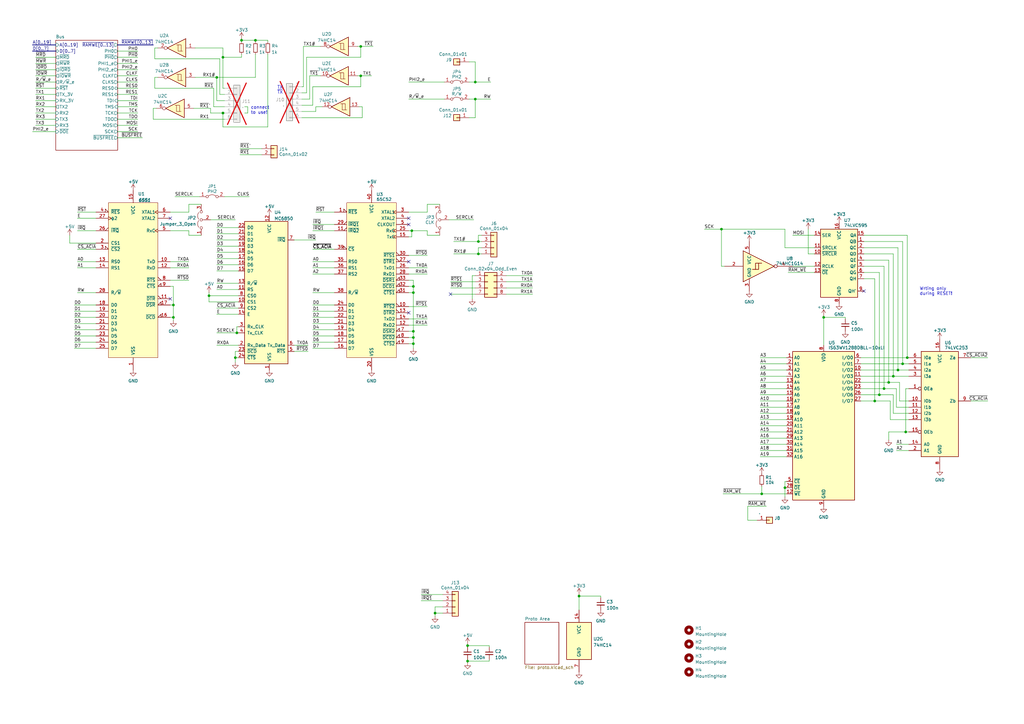
<source format=kicad_sch>
(kicad_sch (version 20230121) (generator eeschema)
  (paper "A3")
  (title_block (title "Unicomp v2 - empty Board") (date "2023-07-06") (rev "v1") (company "100% Offner") (comment 1 "v1: Initial"))
  (junction (at 147.955 19.05))
  (junction (at 71.12 125.095))
  (junction (at 91.44 23.495))
  (junction (at 372.11 146.685))
  (junction (at 96.52 146.685))
  (junction (at 99.06 16.51))
  (junction (at 194.945 33.655))
  (junction (at 147.955 31.115))
  (junction (at 237.49 244.475))
  (junction (at 337.82 130.175))
  (junction (at 194.945 40.64))
  (junction (at 370.205 149.225))
  (junction (at 371.475 177.165))
  (junction (at 97.155 136.525))
  (junction (at 368.3 151.765))
  (junction (at 169.545 140.97))
  (junction (at 85.725 121.285))
  (junction (at 178.435 251.46))
  (junction (at 362.585 159.385))
  (junction (at 360.68 161.925))
  (junction (at 312.42 202.565))
  (junction (at 169.545 135.89))
  (junction (at 191.77 264.795))
  (junction (at 91.44 46.355))
  (junction (at 364.49 156.845))
  (junction (at 295.91 93.98))
  (junction (at 71.12 130.175))
  (junction (at 321.945 200.025))
  (junction (at 168.91 94.615))
  (junction (at 196.215 104.14))
  (junction (at 358.775 164.465))
  (junction (at 88.9 31.75))
  (junction (at 366.395 154.305))
  (junction (at 169.545 138.43))
  (junction (at 196.215 99.06))
  (junction (at 169.545 120.015))
  (junction (at 191.77 271.145))
  (junction (at 169.545 117.475))
  (junction (at 104.775 16.51))
  (no_connect (at 167.64 92.075))
  (no_connect (at 184.785 120.65))
  (no_connect (at 167.64 128.27))
  (no_connect (at 69.85 89.535))
  (no_connect (at 69.85 122.555))
  (no_connect (at 167.64 89.535))
  (no_connect (at 167.64 107.315))
  (no_connect (at 354.33 119.38))
  (wire (pts (xy 331.47 93.98) (xy 331.47 104.14)))
  (wire (pts (xy 88.9 103.505) (xy 97.79 103.505)))
  (wire (pts (xy 167.64 40.64) (xy 182.245 40.64)))
  (wire (pts (xy 353.06 146.685) (xy 372.11 146.685)))
  (wire (pts (xy 197.485 101.6) (xy 196.215 101.6)))
  (wire (pts (xy 200.66 264.795) (xy 200.66 265.43)))
  (wire (pts (xy 63.5 24.13) (xy 63.5 19.685)))
  (wire (pts (xy 128.27 109.855) (xy 137.16 109.855)))
  (wire (pts (xy 128.27 43.18) (xy 128.27 35.56)))
  (wire (pts (xy 85.725 123.825) (xy 85.725 121.285)))
  (wire (pts (xy 14.605 31.115) (xy 22.86 31.115)))
  (wire (pts (xy 129.54 43.815) (xy 129.54 45.72)))
  (wire (pts (xy 77.47 83.82) (xy 77.47 86.995)))
  (wire (pts (xy 169.545 117.475) (xy 169.545 120.015)))
  (wire (pts (xy 48.26 43.815) (xy 56.515 43.815)))
  (wire (pts (xy 169.545 138.43) (xy 169.545 140.97)))
  (wire (pts (xy 88.9 111.125) (xy 97.79 111.125)))
  (wire (pts (xy 31.75 107.315) (xy 39.37 107.315)))
  (wire (pts (xy 69.85 86.995) (xy 77.47 86.995)))
  (wire (pts (xy 194.945 40.64) (xy 192.405 40.64)))
  (wire (pts (xy 69.85 130.175) (xy 71.12 130.175)))
  (wire (pts (xy 129.54 45.72) (xy 123.825 45.72)))
  (wire (pts (xy 311.785 151.765) (xy 322.58 151.765)))
  (wire (pts (xy 30.48 137.795) (xy 39.37 137.795)))
  (wire (pts (xy 69.85 117.475) (xy 71.12 117.475)))
  (wire (pts (xy 337.82 130.175) (xy 337.82 141.605)))
  (wire (pts (xy 100.33 46.355) (xy 101.6 46.355)))
  (wire (pts (xy 91.44 19.685) (xy 91.44 23.495)))
  (wire (pts (xy 353.06 156.845) (xy 364.49 156.845)))
  (wire (pts (xy 372.745 167.005) (xy 367.665 167.005)))
  (wire (pts (xy 99.06 23.495) (xy 91.44 23.495)))
  (wire (pts (xy 192.405 48.26) (xy 194.945 48.26)))
  (wire (pts (xy 48.26 56.515) (xy 58.42 56.515)))
  (wire (pts (xy 398.145 164.465) (xy 405.13 164.465)))
  (wire (pts (xy 366.395 161.925) (xy 366.395 169.545)))
  (wire (pts (xy 372.745 164.465) (xy 368.935 164.465)))
  (wire (pts (xy 167.64 94.615) (xy 168.91 94.615)))
  (wire (pts (xy 128.27 92.075) (xy 137.16 92.075)))
  (wire (pts (xy 311.785 146.685) (xy 322.58 146.685)))
  (wire (pts (xy 109.855 16.51) (xy 109.855 17.145)))
  (wire (pts (xy 372.745 159.385) (xy 371.475 159.385)))
  (wire (pts (xy 148.59 43.815) (xy 147.32 43.815)))
  (wire (pts (xy 169.545 120.015) (xy 169.545 135.89)))
  (wire (pts (xy 372.11 96.52) (xy 372.11 146.685)))
  (wire (pts (xy 80.01 31.75) (xy 88.9 31.75)))
  (wire (pts (xy 101.6 43.815) (xy 101.6 46.355)))
  (wire (pts (xy 48.26 36.195) (xy 56.515 36.195)))
  (wire (pts (xy 168.91 94.615) (xy 175.26 94.615)))
  (wire (pts (xy 191.77 271.78) (xy 191.77 271.145)))
  (wire (pts (xy 88.9 93.345) (xy 97.79 93.345)))
  (wire (pts (xy 92.075 38.735) (xy 90.17 38.735)))
  (wire (pts (xy 312.42 202.565) (xy 322.58 202.565)))
  (wire (pts (xy 124.46 35.56) (xy 123.825 35.56)))
  (wire (pts (xy 191.77 271.145) (xy 200.66 271.145)))
  (wire (pts (xy 192.405 25.4) (xy 194.945 25.4)))
  (wire (pts (xy 368.3 151.765) (xy 372.745 151.765)))
  (wire (pts (xy 354.33 109.22) (xy 362.585 109.22)))
  (wire (pts (xy 31.75 86.995) (xy 39.37 86.995)))
  (wire (pts (xy 125.73 23.495) (xy 147.955 23.495)))
  (wire (pts (xy 353.06 149.225) (xy 370.205 149.225)))
  (wire (pts (xy 88.9 141.605) (xy 97.79 141.605)))
  (wire (pts (xy 295.91 93.98) (xy 295.91 109.22)))
  (wire (pts (xy 48.26 20.955) (xy 56.515 20.955)))
  (wire (pts (xy 86.36 46.355) (xy 91.44 46.355)))
  (wire (pts (xy 97.155 133.985) (xy 97.155 136.525)))
  (wire (pts (xy 167.64 33.655) (xy 182.245 33.655)))
  (wire (pts (xy 31.75 89.535) (xy 39.37 89.535)))
  (wire (pts (xy 323.215 111.76) (xy 334.01 111.76)))
  (wire (pts (xy 372.745 172.085) (xy 365.125 172.085)))
  (wire (pts (xy 48.26 28.575) (xy 56.515 28.575)))
  (wire (pts (xy 69.85 109.855) (xy 77.47 109.855)))
  (wire (pts (xy 372.11 146.685) (xy 372.745 146.685)))
  (wire (pts (xy 353.06 151.765) (xy 368.3 151.765)))
  (wire (pts (xy 360.68 161.925) (xy 366.395 161.925)))
  (wire (pts (xy 128.27 102.235) (xy 137.16 102.235)))
  (wire (pts (xy 131.445 19.05) (xy 124.46 19.05)))
  (wire (pts (xy 370.205 149.225) (xy 372.745 149.225)))
  (wire (pts (xy 169.545 140.97) (xy 167.64 140.97)))
  (wire (pts (xy 14.605 46.355) (xy 22.86 46.355)))
  (wire (pts (xy 311.785 149.225) (xy 322.58 149.225)))
  (wire (pts (xy 207.645 120.65) (xy 218.44 120.65)))
  (wire (pts (xy 321.945 93.98) (xy 295.91 93.98)))
  (wire (pts (xy 128.27 107.315) (xy 137.16 107.315)))
  (wire (pts (xy 92.075 48.895) (xy 62.865 48.895)))
  (wire (pts (xy 98.425 63.5) (xy 107.315 63.5)))
  (wire (pts (xy 30.48 125.095) (xy 39.37 125.095)))
  (wire (pts (xy 48.26 51.435) (xy 56.515 51.435)))
  (wire (pts (xy 88.9 136.525) (xy 97.155 136.525)))
  (wire (pts (xy 194.945 25.4) (xy 194.945 33.655)))
  (wire (pts (xy 169.545 142.875) (xy 169.545 140.97)))
  (wire (pts (xy 31.75 102.235) (xy 39.37 102.235)))
  (wire (pts (xy 311.785 156.845) (xy 322.58 156.845)))
  (wire (pts (xy 172.72 243.84) (xy 181.61 243.84)))
  (wire (pts (xy 30.48 127.635) (xy 39.37 127.635)))
  (wire (pts (xy 127 40.64) (xy 123.825 40.64)))
  (wire (pts (xy 124.46 19.05) (xy 124.46 35.56)))
  (wire (pts (xy 353.06 161.925) (xy 360.68 161.925)))
  (wire (pts (xy 90.17 38.735) (xy 90.17 24.13)))
  (wire (pts (xy 128.27 35.56) (xy 147.955 35.56)))
  (wire (pts (xy 147.955 31.115) (xy 152.4 31.115)))
  (wire (pts (xy 71.12 130.175) (xy 71.12 131.445)))
  (wire (pts (xy 14.605 41.275) (xy 22.86 41.275)))
  (wire (pts (xy 87.63 36.195) (xy 63.5 36.195)))
  (wire (pts (xy 175.26 94.615) (xy 175.26 96.52)))
  (wire (pts (xy 358.775 164.465) (xy 365.125 164.465)))
  (wire (pts (xy 79.375 44.45) (xy 86.36 44.45)))
  (wire (pts (xy 311.785 161.925) (xy 322.58 161.925)))
  (wire (pts (xy 123.825 43.18) (xy 128.27 43.18)))
  (wire (pts (xy 31.75 120.015) (xy 39.37 120.015)))
  (wire (pts (xy 311.785 174.625) (xy 322.58 174.625)))
  (wire (pts (xy 14.605 51.435) (xy 22.86 51.435)))
  (wire (pts (xy 194.945 33.655) (xy 192.405 33.655)))
  (wire (pts (xy 167.64 130.81) (xy 175.26 130.81)))
  (wire (pts (xy 311.785 169.545) (xy 322.58 169.545)))
  (wire (pts (xy 63.5 19.685) (xy 64.77 19.685)))
  (wire (pts (xy 306.705 213.36) (xy 306.705 207.645)))
  (wire (pts (xy 191.77 264.16) (xy 191.77 264.795)))
  (wire (pts (xy 128.27 127.635) (xy 137.16 127.635)))
  (wire (pts (xy 125.73 38.1) (xy 125.73 23.495)))
  (wire (pts (xy 104.775 31.75) (xy 88.9 31.75)))
  (wire (pts (xy 167.64 125.73) (xy 175.26 125.73)))
  (wire (pts (xy 175.26 96.52) (xy 180.34 96.52)))
  (wire (pts (xy 360.68 111.76) (xy 360.68 161.925)))
  (wire (pts (xy 91.44 36.195) (xy 92.075 36.195)))
  (wire (pts (xy 88.9 31.75) (xy 88.9 41.275)))
  (wire (pts (xy 167.64 135.89) (xy 169.545 135.89)))
  (wire (pts (xy 367.665 167.005) (xy 367.665 159.385)))
  (wire (pts (xy 337.82 129.54) (xy 337.82 130.175)))
  (wire (pts (xy 311.785 187.325) (xy 322.58 187.325)))
  (wire (pts (xy 167.64 104.775) (xy 175.26 104.775)))
  (wire (pts (xy 127 31.115) (xy 127 40.64)))
  (wire (pts (xy 371.475 159.385) (xy 371.475 177.165)))
  (wire (pts (xy 71.12 125.095) (xy 71.12 130.175)))
  (wire (pts (xy 147.955 19.05) (xy 146.685 19.05)))
  (wire (pts (xy 311.785 184.785) (xy 322.58 184.785)))
  (wire (pts (xy 311.785 172.085) (xy 322.58 172.085)))
  (wire (pts (xy 14.605 33.655) (xy 22.86 33.655)))
  (wire (pts (xy 128.27 135.255) (xy 137.16 135.255)))
  (wire (pts (xy 184.15 90.17) (xy 194.31 90.17)))
  (wire (pts (xy 86.36 90.17) (xy 96.52 90.17)))
  (wire (pts (xy 128.27 132.715) (xy 137.16 132.715)))
  (wire (pts (xy 167.64 112.395) (xy 175.26 112.395)))
  (wire (pts (xy 48.26 26.035) (xy 56.515 26.035)))
  (wire (pts (xy 365.125 172.085) (xy 365.125 164.465)))
  (wire (pts (xy 167.64 117.475) (xy 169.545 117.475)))
  (wire (pts (xy 88.9 100.965) (xy 97.79 100.965)))
  (wire (pts (xy 167.64 114.935) (xy 169.545 114.935)))
  (wire (pts (xy 297.18 109.22) (xy 295.91 109.22)))
  (bus (pts (xy 22.86 18.415) (xy 13.335 18.415)))
  (wire (pts (xy 88.9 95.885) (xy 97.79 95.885)))
  (wire (pts (xy 321.945 200.025) (xy 321.945 203.835)))
  (wire (pts (xy 370.205 99.06) (xy 370.205 149.225)))
  (wire (pts (xy 288.925 93.98) (xy 295.91 93.98)))
  (wire (pts (xy 364.49 156.845) (xy 368.935 156.845)))
  (wire (pts (xy 354.33 114.3) (xy 358.775 114.3)))
  (wire (pts (xy 186.055 99.06) (xy 196.215 99.06)))
  (wire (pts (xy 88.9 106.045) (xy 97.79 106.045)))
  (wire (pts (xy 167.64 138.43) (xy 169.545 138.43)))
  (wire (pts (xy 30.48 130.175) (xy 39.37 130.175)))
  (wire (pts (xy 178.435 248.92) (xy 178.435 251.46)))
  (wire (pts (xy 109.855 52.07) (xy 91.44 52.07)))
  (wire (pts (xy 128.27 94.615) (xy 137.16 94.615)))
  (wire (pts (xy 358.775 114.3) (xy 358.775 164.465)))
  (wire (pts (xy 311.785 167.005) (xy 322.58 167.005)))
  (wire (pts (xy 48.26 48.895) (xy 56.515 48.895)))
  (wire (pts (xy 63.5 36.195) (xy 63.5 31.75)))
  (wire (pts (xy 62.865 48.895) (xy 62.865 44.45)))
  (wire (pts (xy 148.59 48.26) (xy 148.59 43.815)))
  (wire (pts (xy 128.27 120.015) (xy 137.16 120.015)))
  (wire (pts (xy 48.26 33.655) (xy 56.515 33.655)))
  (wire (pts (xy 30.48 132.715) (xy 39.37 132.715)))
  (wire (pts (xy 28.575 99.695) (xy 28.575 96.52)))
  (wire (pts (xy 354.33 111.76) (xy 360.68 111.76)))
  (wire (pts (xy 354.33 104.14) (xy 366.395 104.14)))
  (wire (pts (xy 371.475 177.165) (xy 372.745 177.165)))
  (wire (pts (xy 69.85 114.935) (xy 77.47 114.935)))
  (wire (pts (xy 69.85 94.615) (xy 77.47 94.615)))
  (wire (pts (xy 184.785 120.65) (xy 194.945 120.65)))
  (wire (pts (xy 366.395 169.545) (xy 372.745 169.545)))
  (wire (pts (xy 194.945 40.64) (xy 201.295 40.64)))
  (wire (pts (xy 310.515 213.36) (xy 306.705 213.36)))
  (wire (pts (xy 194.945 48.26) (xy 194.945 40.64)))
  (wire (pts (xy 88.9 116.205) (xy 97.79 116.205)))
  (wire (pts (xy 364.49 177.165) (xy 371.475 177.165)))
  (wire (pts (xy 14.605 36.195) (xy 22.86 36.195)))
  (wire (pts (xy 197.485 99.06) (xy 196.215 99.06)))
  (wire (pts (xy 128.27 142.875) (xy 137.16 142.875)))
  (wire (pts (xy 237.49 243.84) (xy 237.49 244.475)))
  (wire (pts (xy 82.55 83.82) (xy 77.47 83.82)))
  (wire (pts (xy 48.26 41.275) (xy 56.515 41.275)))
  (wire (pts (xy 321.945 101.6) (xy 334.01 101.6)))
  (wire (pts (xy 364.49 177.165) (xy 364.49 180.34)))
  (wire (pts (xy 131.445 31.115) (xy 127 31.115)))
  (wire (pts (xy 311.785 177.165) (xy 322.58 177.165)))
  (wire (pts (xy 193.675 122.555) (xy 193.675 113.03)))
  (wire (pts (xy 321.945 93.98) (xy 321.945 101.6)))
  (wire (pts (xy 196.215 101.6) (xy 196.215 104.14)))
  (wire (pts (xy 77.47 94.615) (xy 77.47 96.52)))
  (wire (pts (xy 367.665 182.245) (xy 372.745 182.245)))
  (wire (pts (xy 362.585 109.22) (xy 362.585 159.385)))
  (wire (pts (xy 123.825 38.1) (xy 125.73 38.1)))
  (wire (pts (xy 311.785 179.705) (xy 322.58 179.705)))
  (wire (pts (xy 178.435 251.46) (xy 181.61 251.46)))
  (wire (pts (xy 85.725 121.285) (xy 85.725 120.015)))
  (wire (pts (xy 200.66 270.51) (xy 200.66 271.145)))
  (wire (pts (xy 193.675 113.03) (xy 194.945 113.03)))
  (wire (pts (xy 85.725 123.825) (xy 97.79 123.825)))
  (wire (pts (xy 88.9 118.745) (xy 97.79 118.745)))
  (wire (pts (xy 48.26 53.975) (xy 56.515 53.975)))
  (wire (pts (xy 196.215 96.52) (xy 197.485 96.52)))
  (wire (pts (xy 196.215 104.14) (xy 197.485 104.14)))
  (wire (pts (xy 13.335 53.975) (xy 22.86 53.975)))
  (wire (pts (xy 128.27 112.395) (xy 137.16 112.395)))
  (wire (pts (xy 97.79 133.985) (xy 97.155 133.985)))
  (wire (pts (xy 87.63 43.815) (xy 87.63 36.195)))
  (wire (pts (xy 91.44 23.495) (xy 91.44 36.195)))
  (wire (pts (xy 181.61 248.92) (xy 178.435 248.92)))
  (wire (pts (xy 14.605 28.575) (xy 22.86 28.575)))
  (wire (pts (xy 175.26 83.82) (xy 175.26 86.995)))
  (wire (pts (xy 398.145 146.685) (xy 405.13 146.685)))
  (wire (pts (xy 104.775 22.225) (xy 104.775 31.75)))
  (wire (pts (xy 88.9 98.425) (xy 97.79 98.425)))
  (wire (pts (xy 30.48 135.255) (xy 39.37 135.255)))
  (wire (pts (xy 366.395 104.14) (xy 366.395 154.305)))
  (wire (pts (xy 353.06 154.305) (xy 366.395 154.305)))
  (wire (pts (xy 77.47 96.52) (xy 82.55 96.52)))
  (wire (pts (xy 92.075 80.645) (xy 102.235 80.645)))
  (wire (pts (xy 48.26 38.735) (xy 56.515 38.735)))
  (wire (pts (xy 88.9 126.365) (xy 97.79 126.365)))
  (wire (pts (xy 81.915 80.645) (xy 71.755 80.645)))
  (wire (pts (xy 14.605 43.815) (xy 22.86 43.815)))
  (wire (pts (xy 71.12 117.475) (xy 71.12 125.095)))
  (wire (pts (xy 80.01 19.685) (xy 91.44 19.685)))
  (wire (pts (xy 104.775 16.51) (xy 104.775 17.145)))
  (wire (pts (xy 325.12 96.52) (xy 334.01 96.52)))
  (wire (pts (xy 368.935 164.465) (xy 368.935 156.845)))
  (wire (pts (xy 346.71 130.175) (xy 346.71 130.81)))
  (wire (pts (xy 69.85 107.315) (xy 77.47 107.315)))
  (wire (pts (xy 14.605 38.735) (xy 22.86 38.735)))
  (wire (pts (xy 191.77 264.795) (xy 191.77 265.43)))
  (wire (pts (xy 91.44 46.355) (xy 92.075 46.355)))
  (wire (pts (xy 91.44 52.07) (xy 91.44 46.355)))
  (wire (pts (xy 120.65 98.425) (xy 129.54 98.425)))
  (wire (pts (xy 14.605 23.495) (xy 22.86 23.495)))
  (wire (pts (xy 128.27 125.095) (xy 137.16 125.095)))
  (wire (pts (xy 128.27 130.175) (xy 137.16 130.175)))
  (wire (pts (xy 306.705 207.645) (xy 314.325 207.645)))
  (wire (pts (xy 14.605 26.035) (xy 22.86 26.035)))
  (wire (pts (xy 237.49 244.475) (xy 237.49 250.19)))
  (wire (pts (xy 169.545 120.015) (xy 167.64 120.015)))
  (wire (pts (xy 123.825 48.26) (xy 148.59 48.26)))
  (wire (pts (xy 311.785 159.385) (xy 322.58 159.385)))
  (wire (pts (xy 90.17 24.13) (xy 63.5 24.13)))
  (wire (pts (xy 88.9 128.905) (xy 97.79 128.905)))
  (wire (pts (xy 321.945 200.025) (xy 322.58 200.025)))
  (wire (pts (xy 311.785 182.245) (xy 322.58 182.245)))
  (wire (pts (xy 128.27 140.335) (xy 137.16 140.335)))
  (wire (pts (xy 30.48 140.335) (xy 39.37 140.335)))
  (wire (pts (xy 88.9 108.585) (xy 97.79 108.585)))
  (wire (pts (xy 96.52 146.685) (xy 97.79 146.685)))
  (wire (pts (xy 169.545 114.935) (xy 169.545 117.475)))
  (wire (pts (xy 311.785 164.465) (xy 322.58 164.465)))
  (wire (pts (xy 321.945 197.485) (xy 321.945 200.025)))
  (bus (pts (xy 48.26 18.415) (xy 62.865 18.415)))
  (wire (pts (xy 86.36 44.45) (xy 86.36 46.355)))
  (wire (pts (xy 172.72 246.38) (xy 181.61 246.38)))
  (wire (pts (xy 120.65 141.605) (xy 126.365 141.605)))
  (wire (pts (xy 207.645 115.57) (xy 218.44 115.57)))
  (wire (pts (xy 168.91 97.155) (xy 168.91 94.615)))
  (wire (pts (xy 246.38 244.475) (xy 246.38 245.11)))
  (wire (pts (xy 97.155 136.525) (xy 97.79 136.525)))
  (wire (pts (xy 99.06 22.225) (xy 99.06 23.495)))
  (wire (pts (xy 207.645 113.03) (xy 218.44 113.03)))
  (wire (pts (xy 312.42 199.39) (xy 312.42 202.565)))
  (wire (pts (xy 109.855 22.225) (xy 109.855 52.07)))
  (wire (pts (xy 311.785 154.305) (xy 322.58 154.305)))
  (wire (pts (xy 353.06 164.465) (xy 358.775 164.465)))
  (wire (pts (xy 99.06 16.51) (xy 99.06 17.145)))
  (wire (pts (xy 367.665 184.785) (xy 372.745 184.785)))
  (wire (pts (xy 178.435 251.46) (xy 178.435 252.73)))
  (wire (pts (xy 132.08 43.815) (xy 129.54 43.815)))
  (wire (pts (xy 331.47 104.14) (xy 334.01 104.14)))
  (wire (pts (xy 92.075 43.815) (xy 87.63 43.815)))
  (wire (pts (xy 184.785 118.11) (xy 194.945 118.11)))
  (wire (pts (xy 196.215 99.06) (xy 196.215 96.52)))
  (wire (pts (xy 96.52 144.145) (xy 97.79 144.145)))
  (wire (pts (xy 167.64 133.35) (xy 175.26 133.35)))
  (wire (pts (xy 63.5 31.75) (xy 64.77 31.75)))
  (wire (pts (xy 169.545 135.89) (xy 169.545 138.43)))
  (wire (pts (xy 48.26 23.495) (xy 56.515 23.495)))
  (wire (pts (xy 237.49 244.475) (xy 246.38 244.475)))
  (wire (pts (xy 85.725 121.285) (xy 97.79 121.285)))
  (bus (pts (xy 22.86 20.955) (xy 13.335 20.955)))
  (wire (pts (xy 296.545 202.565) (xy 312.42 202.565)))
  (wire (pts (xy 366.395 154.305) (xy 372.745 154.305)))
  (wire (pts (xy 354.33 101.6) (xy 368.3 101.6)))
  (wire (pts (xy 128.27 137.795) (xy 137.16 137.795)))
  (wire (pts (xy 167.64 97.155) (xy 168.91 97.155)))
  (wire (pts (xy 96.52 144.145) (xy 96.52 146.685)))
  (wire (pts (xy 100.33 43.815) (xy 101.6 43.815)))
  (wire (pts (xy 337.82 130.175) (xy 346.71 130.175)))
  (wire (pts (xy 31.75 94.615) (xy 39.37 94.615)))
  (wire (pts (xy 48.26 46.355) (xy 56.515 46.355)))
  (wire (pts (xy 364.49 106.68) (xy 364.49 156.845)))
  (wire (pts (xy 98.425 60.96) (xy 107.315 60.96)))
  (wire (pts (xy 48.26 31.115) (xy 56.515 31.115)))
  (wire (pts (xy 147.955 31.115) (xy 146.685 31.115)))
  (wire (pts (xy 191.77 271.145) (xy 191.77 270.51)))
  (wire (pts (xy 31.75 109.855) (xy 39.37 109.855)))
  (wire (pts (xy 96.52 146.685) (xy 96.52 148.59)))
  (wire (pts (xy 368.3 101.6) (xy 368.3 151.765)))
  (wire (pts (xy 362.585 159.385) (xy 367.665 159.385)))
  (wire (pts (xy 353.06 159.385) (xy 362.585 159.385)))
  (wire (pts (xy 191.77 264.795) (xy 200.66 264.795)))
  (wire (pts (xy 354.33 106.68) (xy 364.49 106.68)))
  (wire (pts (xy 354.33 99.06) (xy 370.205 99.06)))
  (wire (pts (xy 30.48 142.875) (xy 39.37 142.875)))
  (wire (pts (xy 129.54 86.995) (xy 137.16 86.995)))
  (wire (pts (xy 147.955 35.56) (xy 147.955 31.115)))
  (wire (pts (xy 99.06 15.875) (xy 99.06 16.51)))
  (wire (pts (xy 99.06 16.51) (xy 104.775 16.51)))
  (wire (pts (xy 14.605 48.895) (xy 22.86 48.895)))
  (wire (pts (xy 184.785 115.57) (xy 194.945 115.57)))
  (wire (pts (xy 28.575 99.695) (xy 39.37 99.695)))
  (wire (pts (xy 62.865 44.45) (xy 64.135 44.45)))
  (wire (pts (xy 104.775 16.51) (xy 109.855 16.51)))
  (wire (pts (xy 194.945 33.655) (xy 201.295 33.655)))
  (wire (pts (xy 354.33 96.52) (xy 372.11 96.52)))
  (wire (pts (xy 120.65 144.145) (xy 126.365 144.145)))
  (wire (pts (xy 207.645 118.11) (xy 218.44 118.11)))
  (wire (pts (xy 167.64 86.995) (xy 175.26 86.995)))
  (wire (pts (xy 147.955 19.05) (xy 153.035 19.05)))
  (wire (pts (xy 325.12 109.22) (xy 334.01 109.22)))
  (wire (pts (xy 180.34 83.82) (xy 175.26 83.82)))
  (wire (pts (xy 88.9 41.275) (xy 92.075 41.275)))
  (wire (pts (xy 167.64 109.855) (xy 175.26 109.855)))
  (wire (pts (xy 69.85 125.095) (xy 71.12 125.095)))
  (wire (pts (xy 321.945 197.485) (xy 322.58 197.485)))
  (wire (pts (xy 186.055 104.14) (xy 196.215 104.14)))
  (wire (pts (xy 147.955 23.495) (xy 147.955 19.05)))
  (text "Wrting only\nduring RESET!" (at 377.19 121.285 0) (effects (font (size 1.27 1.27)) (justify left bottom)))
  (text "connect\nto use!" (at 102.87 46.99 0) (effects (font (size 1.27 1.27)) (justify left bottom)))
  (text "TX\n~{TX}" (at 113.665 38.735 0) (effects (font (size 1.27 1.27)) (justify left bottom)))
  (label "~{CS_ACIA}" (at 405.13 164.465 180))
  (label "~{IOWR}" (at 14.605 31.115 0))
  (label "~{RX1}'" (at 98.425 60.96 0))
  (label "RX0A" (at 77.47 109.855 180))
  (label "TX1#" (at 124.46 19.05 0))
  (label "~{TX1}" (at 153.035 19.05 180))
  (label "D3" (at 30.48 132.715 0))
  (label "~{BUSFREE}" (at 58.42 56.515 180))
  (label "A0" (at 128.27 107.315 0))
  (label "~{RAM_WE}" (at 296.545 202.565 0))
  (label "~{IRQ1}" (at 128.27 94.615 0))
  (label "TX0A" (at 77.47 107.315 180))
  (label "D2" (at 88.9 98.425 0))
  (label "~{CS_ACIA}" (at 128.27 102.235 0))
  (label "~{CS_ACIA}" (at 128.27 102.235 0))
  (label "PHI2_e" (at 56.515 28.575 180))
  (label "SCK" (at 288.925 93.98 0))
  (label "D4" (at 30.48 135.255 0))
  (label "TX1#" (at 186.055 99.06 0))
  (label "D7" (at 128.27 142.875 0))
  (label "~{CS_ACIA}" (at 88.9 126.365 0))
  (label "RX1#" (at 88.265 31.75 180))
  (label "SERCLK" (at 88.9 136.525 0))
  (label "~{RTS1}" (at 175.26 125.73 180))
  (label "RX0A" (at 175.26 112.395 180))
  (label "A1" (at 128.27 109.855 0))
  (label "D4" (at 128.27 135.255 0))
  (label "RX1#" (at 186.055 104.14 0))
  (label "PH0" (at 56.515 20.955 180))
  (label "A1" (at 367.665 182.245 0))
  (label "D1" (at 128.27 127.635 0))
  (label "TX2" (at 14.605 46.355 0))
  (label "RW" (at 201.295 40.64 180))
  (label "A4" (at 311.785 149.225 0))
  (label "~{IRQ}" (at 31.75 94.615 0))
  (label "~{RAMWE[0..13]}" (at 62.865 18.415 180))
  (label "TX3" (at 14.605 51.435 0))
  (label "CLKS" (at 56.515 33.655 180))
  (label "A0" (at 31.75 107.315 0))
  (label "~{CS_ACIA}" (at 128.27 102.235 0))
  (label "SCK" (at 56.515 53.975 180))
  (label "~{RTS0}" (at 126.365 144.145 180))
  (label "A13" (at 311.785 172.085 0))
  (label "~{RX1}" (at 98.425 63.5 0))
  (label "~{RTS0}" (at 77.47 114.935 180))
  (label "D6" (at 30.48 140.335 0))
  (label "RX1" (at 81.915 48.895 0))
  (label "A3" (at 311.785 146.685 0))
  (label "A0" (at 88.9 118.745 0))
  (label "D2" (at 30.48 130.175 0))
  (label "~{RAM_WE}" (at 314.325 207.645 180))
  (label "TX0A" (at 175.26 109.855 180))
  (label "A17" (at 311.785 182.245 0))
  (label "TDI" (at 56.515 41.275 180))
  (label "D2" (at 128.27 130.175 0))
  (label "~{RST}" (at 14.605 36.195 0))
  (label "A1" (at 31.75 109.855 0))
  (label "R{slash}~{W}_e" (at 14.605 33.655 0))
  (label "SERCLK" (at 194.31 90.17 180))
  (label "~{PH0}" (at 56.515 23.495 180))
  (label "CLKF" (at 56.515 31.115 180))
  (label "TX1A" (at 218.44 115.57 180))
  (label "~{RX1}" (at 87.63 36.195 180))
  (label "A14" (at 311.785 174.625 0))
  (label "D5" (at 128.27 137.795 0))
  (label "PHI2_e" (at 13.335 53.975 0))
  (label "~{IORD}" (at 14.605 28.575 0))
  (label "~{IRQ1}" (at 172.72 246.38 0))
  (label "~{RX1}'" (at 86.36 44.45 180))
  (label "A10" (at 311.785 164.465 0))
  (label "RX3" (at 14.605 48.895 0))
  (label "A2" (at 128.27 112.395 0))
  (label "D0" (at 128.27 125.095 0))
  (label "RX1A" (at 175.26 133.35 180))
  (label "RES1" (at 56.515 38.735 180))
  (label "SERCLK" (at 96.52 90.17 180))
  (label "TDO" (at 56.515 48.895 180))
  (label "MOSI" (at 56.515 51.435 180))
  (label "~{RST}" (at 129.54 86.995 0))
  (label "D1" (at 30.48 127.635 0))
  (label "RX1A" (at 218.44 120.65 180))
  (label "A6" (at 311.785 154.305 0))
  (label "A7" (at 311.785 156.845 0))
  (label "RES0" (at 56.515 36.195 180))
  (label "~{IRQ}" (at 129.54 98.425 180))
  (label "~{RAM_WE}" (at 323.215 111.76 0))
  (label "A12" (at 311.785 169.545 0))
  (label "~{TX1}" (at 127 31.115 0))
  (label "D6" (at 128.27 140.335 0))
  (label "D0" (at 88.9 93.345 0))
  (label "TMS" (at 56.515 43.815 180))
  (label "D[0..7]" (at 13.335 20.955 0))
  (label "A5" (at 311.785 151.765 0))
  (label "RX1" (at 14.605 41.275 0))
  (label "D7" (at 88.9 111.125 0))
  (label "~{MWR}" (at 14.605 26.035 0))
  (label "E" (at 31.75 89.535 0))
  (label "RX2" (at 14.605 43.815 0))
  (label "PHI2_e" (at 167.64 33.655 0))
  (label "TX1A" (at 175.26 130.81 180))
  (label "D1" (at 88.9 95.885 0))
  (label "A19" (at 311.785 187.325 0))
  (label "A8" (at 311.785 159.385 0))
  (label "TX1" (at 14.605 38.735 0))
  (label "A9" (at 311.785 161.925 0))
  (label "~{RST}" (at 31.75 86.995 0))
  (label "~{RTS0}" (at 175.26 104.775 180))
  (label "D0" (at 30.48 125.095 0))
  (label "D3" (at 128.27 132.715 0))
  (label "D4" (at 88.9 103.505 0))
  (label "A18" (at 311.785 184.785 0))
  (label "~{IRQ}" (at 172.72 243.84 0))
  (label "SERCLK" (at 71.755 80.645 0))
  (label "R{slash}~{W}_e" (at 167.64 40.64 0))
  (label "A16" (at 311.785 179.705 0))
  (label "D5" (at 30.48 137.795 0))
  (label "A[0..19]" (at 13.335 18.415 0))
  (label "E" (at 201.295 33.655 180))
  (label "~{MRD}" (at 14.605 23.495 0))
  (label "E" (at 88.9 128.905 0))
  (label "D3" (at 88.9 100.965 0))
  (label "A11" (at 311.785 167.005 0))
  (label "~{RTS1}" (at 184.785 115.57 0))
  (label "~{CS_ACIA2}" (at 405.13 146.685 180))
  (label "RW" (at 31.75 120.015 0))
  (label "TX0A" (at 218.44 113.03 180))
  (label "D5" (at 88.9 106.045 0))
  (label "~{CS_ACIA}" (at 31.75 102.235 0))
  (label "A15" (at 311.785 177.165 0))
  (label "A2" (at 367.665 184.785 0))
  (label "TX0A" (at 126.365 141.605 180))
  (label "RW" (at 128.27 120.015 0))
  (label "TX1" (at 152.4 31.115 180))
  (label "D7" (at 30.48 142.875 0))
  (label "~{RTS0}" (at 184.785 118.11 0))
  (label "CLKS" (at 102.235 80.645 180))
  (label "TCK" (at 56.515 46.355 180))
  (label "RX0A" (at 88.9 141.605 0))
  (label "RW" (at 88.9 116.205 0))
  (label "PHI1_e" (at 56.515 26.035 180))
  (label "~{IRQ}" (at 128.27 92.075 0))
  (label "D6" (at 88.9 108.585 0))
  (label "MOSI" (at 325.12 96.52 0))
  (label "RX0A" (at 218.44 118.11 180))
  (symbol (lib_id "power:GND") (at 344.17 124.46 0) (unit 1)
    (property "Reference" "#PWR051" (effects hide))
    (property "Value" "GND" (at 344.17 128.9034 0))
  )
  (symbol (lib_id "power:+5V") (at 54.61 78.105 0) (unit 1)
    (property "Reference" "#PWR08" (effects hide))
    (property "Value" "+5V" (at 54.61 74.5292 0))
  )
  (symbol (lib_id "Connector_Generic:Conn_01x02") (at 112.395 60.96 0) (unit 1)
    (property "Reference" "J14" (at 114.427 61.206 0) (effects (justify left)))
    (property "Value" "Conn_01x02" (at 114.427 63.254 0) (effects (justify left)))
    (property "Footprint" "Connector_PinHeader_2.54mm:PinHeader_1x02_P2.54mm_Vertical" (effects hide))
  )
  (symbol (lib_id "65xx:65C52") (at 152.4 114.935 0) (unit 1)
    (property "Reference" "U3" (at 154.3559 79.732 0) (effects (justify left)))
    (property "Value" "65C52" (at 154.3559 81.78 0) (effects (justify left)))
    (property "Footprint" "Package_DIP:DIP-40_W15.24mm_Socket_LongPads" (effects hide))
  )
  (symbol (lib_id "power:GND") (at 169.545 142.875 0) (unit 1)
    (property "Reference" "#PWR015" (effects hide))
    (property "Value" "GND" (at 169.545 147.3184 0))
  )
  (symbol (lib_id "74xx:74HC14") (at 237.49 262.89 0) (unit 7)
    (property "Reference" "U2" (at 243.332 262.0553 0) (effects (justify left)))
    (property "Value" "74HC14" (at 243.332 264.5922 0) (effects (justify left)))
    (property "Footprint" "Package_DIP:DIP-14_W7.62mm_Socket" (effects hide))
    (property "Datasheet" "http://www.ti.com/lit/gpn/sn74HC14" (effects hide))
  )
  (symbol (lib_id "power:GND") (at 178.435 252.73 0) (unit 1)
    (property "Reference" "#PWR043" (effects hide))
    (property "Value" "GND" (at 178.435 257.1734 0))
  )
  (symbol (lib_id "power:+3V3") (at 385.445 139.065 0) (unit 1)
    (property "Reference" "#PWR048" (effects hide))
    (property "Value" "+3V3" (at 385.445 135.4892 0))
  )
  (symbol (lib_id "power:GND") (at 321.945 203.835 0) (unit 1)
    (property "Reference" "#PWR050" (effects hide))
    (property "Value" "GND" (at 321.945 208.2784 0))
  )
  (symbol (lib_id "power:GND") (at 96.52 148.59 0) (unit 1)
    (property "Reference" "#PWR016" (effects hide))
    (property "Value" "GND" (at 96.52 153.0334 0))
  )
  (symbol (lib_id "power:GND") (at 364.49 180.34 0) (unit 1)
    (property "Reference" "#PWR02" (effects hide))
    (property "Value" "GND" (at 364.49 184.7834 0))
  )
  (symbol (lib_id "Device:C_Small") (at 200.66 267.97 0) (unit 1)
    (property "Reference" "C2" (at 202.9841 267.1416 0) (effects (justify left)))
    (property "Value" "100n" (at 202.9841 269.6785 0) (effects (justify left)))
    (property "Footprint" "Capacitor_SMD:C_1206_3216Metric" (effects hide))
  )
  (symbol (lib_id "74xx:74HC14") (at 139.065 31.115 0) (mirror y) (unit 5)
    (property "Reference" "U2" (at 133.985 26.0381 0))
    (property "Value" "74HC14" (at 133.985 28.575 0))
    (property "Footprint" "Package_DIP:DIP-14_W7.62mm_Socket" (effects hide))
    (property "Datasheet" "http://www.ti.com/lit/gpn/sn74HC14" (effects hide))
  )
  (symbol (lib_id "power:+5V") (at 85.725 120.015 0) (unit 1)
    (property "Reference" "#PWR012" (effects hide))
    (property "Value" "+5V" (at 85.725 116.4392 0))
  )
  (symbol (lib_id "power:+3V3") (at 237.49 243.84 0) (unit 1)
    (property "Reference" "#PWR041" (effects hide))
    (property "Value" "+3V3" (at 237.49 240.2642 0))
  )
  (symbol (lib_id "Connector_Generic:Conn_01x06") (at 97.155 41.275 0) (unit 1) (in_bom no) (on_board no) (dnp yes)
    (property "Reference" "J11" (at 99.187 41.521 0) (effects (justify left)))
    (property "Value" "." (at 99.187 43.569 0) (effects (justify left)))
    (property "Footprint" "Connector_PinHeader_2.54mm:PinHeader_1x06_P2.54mm_Vertical" (effects hide))
  )
  (symbol (lib_id "74xx:74HC14") (at 72.39 19.685 0) (mirror y) (unit 1)
    (property "Reference" "U2" (at 67.31 14.6081 0))
    (property "Value" "74HC14" (at 67.31 17.145 0))
    (property "Footprint" "Package_DIP:DIP-14_W7.62mm_Socket" (effects hide))
    (property "Datasheet" "http://www.ti.com/lit/gpn/sn74HC14" (effects hide))
  )
  (symbol (lib_id "Jumper:Jumper_3_Open") (at 180.34 90.17 90) (unit 1)
    (property "Reference" "JP3" (at 178.2059 89.146 90) (effects (justify left)))
    (property "Value" "CLK" (at 178.2059 91.194 90) (effects (justify left)))
    (property "Footprint" "Connector_PinHeader_2.54mm:PinHeader_1x03_P2.54mm_Vertical" (effects hide))
  )
  (symbol (lib_id "Mechanical:MountingHole") (at 282.575 258.445 0) (unit 1)
    (property "Reference" "H1" (at 285.115 257.6103 0) (effects (justify left)))
    (property "Value" "MountingHole" (at 285.115 260.1472 0) (effects (justify left)))
    (property "Footprint" "MountingHole:MountingHole_3.2mm_M3" (effects hide))
  )
  (symbol (lib_id "power:+3V3") (at 307.34 99.06 0) (unit 1)
    (property "Reference" "#PWR053" (effects hide))
    (property "Value" "+3V3" (at 307.34 95.4842 0))
  )
  (symbol (lib_id "power:GND") (at 337.82 207.645 0) (unit 1)
    (property "Reference" "#PWR047" (effects hide))
    (property "Value" "GND" (at 337.82 212.0884 0))
  )
  (symbol (lib_id "Connector_Generic:Conn_01x04") (at 202.565 101.6 0) (mirror x) (unit 1)
    (property "Reference" "J6" (at 202.565 91.67 0))
    (property "Value" "Conn_01x04" (at 202.565 93.718 0))
    (property "Footprint" "Connector_PinHeader_2.54mm:PinHeader_1x04_P2.54mm_Vertical" (effects hide))
  )
  (symbol (lib_id "power:+3V3") (at 344.17 91.44 0) (unit 1)
    (property "Reference" "#PWR052" (effects hide))
    (property "Value" "+3V3" (at 344.17 87.8642 0))
  )
  (symbol (lib_id "Connector_Generic:Conn_02x04_Odd_Even") (at 200.025 115.57 0) (unit 1)
    (property "Reference" "J7" (at 201.295 108.18 0))
    (property "Value" "Conn_02x04_Odd_Even" (at 201.295 110.228 0))
    (property "Footprint" "Connector_PinHeader_2.54mm:PinHeader_2x04_P2.54mm_Vertical" (effects hide))
  )
  (symbol (lib_id "power:+3V3") (at 99.06 15.875 0) (unit 1)
    (property "Reference" "#PWR059" (effects hide))
    (property "Value" "+3V3" (at 99.06 12.2992 0))
  )
  (symbol (lib_id "Interface_UART:MC6850") (at 110.49 121.285 0) (unit 1)
    (property "Reference" "U4" (at 112.5094 87.1052 0) (effects (justify left)))
    (property "Value" "MC6850" (at 112.5094 89.6421 0) (effects (justify left)))
    (property "Footprint" "Package_DIP:DIP-24_W15.24mm_LongPads" (effects hide))
    (property "Datasheet" "http://pdf.datasheetcatalog.com/datasheet/motorola/MC6850.pdf" (effects hide))
  )
  (symbol (lib_id "74xx:74HC14") (at 72.39 31.75 0) (mirror y) (unit 2)
    (property "Reference" "U2" (at 67.31 26.6731 0))
    (property "Value" "74HC14" (at 67.31 29.21 0))
    (property "Footprint" "Package_DIP:DIP-14_W7.62mm_Socket" (effects hide))
    (property "Datasheet" "http://www.ti.com/lit/gpn/sn74HC14" (effects hide))
  )
  (symbol (lib_id "power:GND") (at 191.77 271.78 0) (unit 1)
    (property "Reference" "#PWR05" (effects hide))
    (property "Value" "GND" (at 191.77 276.2234 0))
  )
  (symbol (lib_id "Mechanical:MountingHole") (at 282.575 269.875 0) (unit 1)
    (property "Reference" "H3" (at 285.115 269.0403 0) (effects (justify left)))
    (property "Value" "MountingHole" (at 285.115 271.5772 0) (effects (justify left)))
    (property "Footprint" "MountingHole:MountingHole_3.2mm_M3" (effects hide))
  )
  (symbol (lib_id "power:GND") (at 385.445 192.405 0) (unit 1)
    (property "Reference" "#PWR049" (effects hide))
    (property "Value" "GND" (at 385.445 196.8484 0))
  )
  (symbol (lib_id "power:GND") (at 246.38 250.19 0) (unit 1)
    (property "Reference" "#PWR044" (effects hide))
    (property "Value" "GND" (at 246.38 254.6334 0))
  )
  (symbol (lib_id "74xx:74LS253") (at 385.445 164.465 0) (unit 1)
    (property "Reference" "U6" (at 387.4009 140.565 0) (effects (justify left)))
    (property "Value" "74LVC253" (at 387.4009 142.613 0) (effects (justify left)))
    (property "Footprint" "Package_SO:SO-16_3.9x9.9mm_P1.27mm" (effects hide))
    (property "Datasheet" "http://www.ti.com/lit/gpn/sn74LS253" (effects hide))
  )
  (symbol (lib_id "power:GND") (at 237.49 275.59 0) (unit 1)
    (property "Reference" "#PWR07" (effects hide))
    (property "Value" "GND" (at 237.49 280.0334 0))
  )
  (symbol (lib_id "Device:C_Small") (at 246.38 247.65 0) (unit 1)
    (property "Reference" "C3" (at 248.7041 246.8216 0) (effects (justify left)))
    (property "Value" "100n" (at 248.7041 249.3585 0) (effects (justify left)))
    (property "Footprint" "Capacitor_SMD:C_1206_3216Metric" (effects hide))
  )
  (symbol (lib_id "Connector_Generic:Conn_01x06") (at 118.745 40.64 0) (mirror y) (unit 1) (in_bom no) (on_board no) (dnp yes)
    (property "Reference" "J10" (at 116.713 40.886 0) (effects (justify left)))
    (property "Value" "." (at 116.713 42.934 0) (effects (justify left)))
    (property "Footprint" "Connector_PinHeader_2.54mm:PinHeader_1x06_P2.54mm_Vertical" (effects hide))
  )
  (symbol (lib_id "power:GND") (at 307.34 119.38 0) (unit 1)
    (property "Reference" "#PWR054" (effects hide))
    (property "Value" "GND" (at 307.34 123.8234 0))
  )
  (symbol (lib_id "Connector_Generic:Conn_01x01") (at 315.595 213.36 0) (unit 1)
    (property "Reference" "J8" (at 317.627 212.5253 0) (effects (justify left)))
    (property "Value" "." (at 311.15 210.185 0) (effects (justify left)))
    (property "Footprint" "Connector_PinHeader_2.00mm:PinHeader_1x01_P2.00mm_Vertical" (effects hide))
  )
  (symbol (lib_id "power:+5V") (at 28.575 96.52 0) (unit 1)
    (property "Reference" "#PWR011" (effects hide))
    (property "Value" "+5V" (at 28.575 92.9442 0))
  )
  (symbol (lib_id "power:+5V") (at 110.49 88.265 0) (unit 1)
    (property "Reference" "#PWR010" (effects hide))
    (property "Value" "+5V" (at 110.49 84.6892 0))
  )
  (symbol (lib_id "Jumper:Jumper_2_Bridged") (at 187.325 40.64 0) (unit 1)
    (property "Reference" "JP5" (at 187.325 36.425 0))
    (property "Value" "R/W" (at 187.325 38.473 0))
    (property "Footprint" "Jumper:SolderJumper-2_P1.3mm_Bridged_RoundedPad1.0x1.5mm" (effects hide))
  )
  (symbol (lib_id "74xx:74HC14") (at 139.7 43.815 0) (mirror y) (unit 6)
    (property "Reference" "U2" (at 134.62 38.7381 0))
    (property "Value" "74HC14" (at 134.62 41.275 0))
    (property "Footprint" "Package_DIP:DIP-14_W7.62mm_Socket" (effects hide))
    (property "Datasheet" "http://www.ti.com/lit/gpn/sn74HC14" (effects hide))
  )
  (symbol (lib_id "Jumper:Jumper_2_Bridged") (at 86.995 80.645 0) (unit 1)
    (property "Reference" "JP1" (at 86.995 76.43 0))
    (property "Value" "PH2" (at 86.995 78.478 0))
    (property "Footprint" "Jumper:SolderJumper-2_P1.3mm_Bridged_RoundedPad1.0x1.5mm" (effects hide))
  )
  (symbol (lib_id "Mechanical:MountingHole") (at 282.575 264.16 0) (unit 1)
    (property "Reference" "H2" (at 285.115 263.3253 0) (effects (justify left)))
    (property "Value" "MountingHole" (at 285.115 265.8622 0) (effects (justify left)))
    (property "Footprint" "MountingHole:MountingHole_3.2mm_M3" (effects hide))
  )
  (symbol (lib_id "power:+5V") (at 152.4 78.105 0) (unit 1)
    (property "Reference" "#PWR09" (effects hide))
    (property "Value" "+5V" (at 152.4 74.5292 0))
  )
  (symbol (lib_id "Device:R_Small") (at 312.42 196.85 0) (unit 1)
    (property "Reference" "R1" (at 313.9186 195.826 0) (effects (justify left)))
    (property "Value" "10k" (at 313.9186 197.874 0) (effects (justify left)))
    (property "Footprint" "Resistor_SMD:R_1206_3216Metric_Pad1.30x1.75mm_HandSolder" (effects hide))
  )
  (symbol (lib_id "power:GND") (at 152.4 151.765 0) (unit 1)
    (property "Reference" "#PWR042" (effects hide))
    (property "Value" "GND" (at 152.4 156.2084 0))
  )
  (symbol (lib_id "Connector_Generic:Conn_01x01") (at 187.325 48.26 0) (mirror y) (unit 1)
    (property "Reference" "J12" (at 185.293 47.4253 0) (effects (justify left)))
    (property "Value" "Conn_01x01" (at 191.77 45.085 0) (effects (justify left)))
    (property "Footprint" "Connector_PinHeader_2.00mm:PinHeader_1x01_P2.00mm_Vertical" (effects hide))
  )
  (symbol (lib_id "Device:R_Small") (at 99.06 19.685 0) (unit 1)
    (property "Reference" "R2" (at 100.5586 18.8503 0) (effects (justify left)))
    (property "Value" "1k" (at 100.5586 21.3872 0) (effects (justify left)))
    (property "Footprint" "Resistor_SMD:R_1206_3216Metric_Pad1.30x1.75mm_HandSolder" (effects hide))
  )
  (symbol (lib_id "my_ics_new:IS63WV1288DBLL-10xLI") (at 337.82 174.625 0) (unit 1)
    (property "Reference" "U5" (at 339.7759 140.565 0) (effects (justify left)))
    (property "Value" "IS63WV1288DBLL-10xLI" (at 339.7759 142.613 0) (effects (justify left)))
    (property "Footprint" "Package_SO:TSOP-II-32_21.0x10.2mm_P1.27mm" (effects hide))
  )
  (symbol (lib_id "Device:R_Small") (at 109.855 19.685 0) (unit 1)
    (property "Reference" "R4" (at 111.3536 18.8503 0) (effects (justify left)))
    (property "Value" "1k" (at 111.3536 21.3872 0) (effects (justify left)))
    (property "Footprint" "Resistor_SMD:R_1206_3216Metric_Pad1.30x1.75mm_HandSolder" (effects hide))
  )
  (symbol (lib_id "Mechanical:MountingHole") (at 282.575 275.59 0) (unit 1)
    (property "Reference" "H4" (at 285.115 274.7553 0) (effects (justify left)))
    (property "Value" "MountingHole" (at 285.115 277.2922 0) (effects (justify left)))
    (property "Footprint" "MountingHole:MountingHole_3.2mm_M3" (effects hide))
  )
  (symbol (lib_id "Jumper:Jumper_3_Open") (at 82.55 90.17 90) (unit 1)
    (property "Reference" "JP2" (at 80.4159 89.3353 90) (effects (justify left)))
    (property "Value" "Jumper_3_Open" (at 80.4159 91.8722 90) (effects (justify left)))
    (property "Footprint" "Connector_PinHeader_2.54mm:PinHeader_1x03_P2.54mm_Vertical" (effects hide))
  )
  (symbol (lib_id "power:GND") (at 71.12 131.445 0) (unit 1)
    (property "Reference" "#PWR014" (effects hide))
    (property "Value" "GND" (at 71.12 135.8884 0))
  )
  (symbol (lib_id "Jumper:Jumper_2_Bridged") (at 187.325 33.655 0) (unit 1)
    (property "Reference" "JP4" (at 187.325 29.44 0))
    (property "Value" "PH2" (at 187.325 31.488 0))
    (property "Footprint" "Jumper:SolderJumper-2_P1.3mm_Bridged_RoundedPad1.0x1.5mm" (effects hide))
  )
  (symbol (lib_id "power:GND") (at 193.675 122.555 0) (unit 1)
    (property "Reference" "#PWR013" (effects hide))
    (property "Value" "GND" (at 193.675 126.9984 0))
  )
  (symbol (lib_id "Device:C_Small") (at 191.77 267.97 0) (unit 1)
    (property "Reference" "C1" (at 194.0941 267.1416 0) (effects (justify left)))
    (property "Value" "100n" (at 194.0941 269.6785 0) (effects (justify left)))
    (property "Footprint" "Capacitor_SMD:C_1206_3216Metric" (effects hide))
  )
  (symbol (lib_id "Device:R_Small") (at 104.775 19.685 0) (unit 1)
    (property "Reference" "R3" (at 106.2736 18.8503 0) (effects (justify left)))
    (property "Value" "1k" (at 106.2736 21.3872 0) (effects (justify left)))
    (property "Footprint" "Resistor_SMD:R_1206_3216Metric_Pad1.30x1.75mm_HandSolder" (effects hide))
  )
  (symbol (lib_id "power:GND") (at 54.61 151.765 0) (unit 1)
    (property "Reference" "#PWR017" (effects hide))
    (property "Value" "GND" (at 54.61 156.2084 0))
  )
  (symbol (lib_id "74xx:74HC14") (at 139.065 19.05 0) (mirror y) (unit 4)
    (property "Reference" "U2" (at 133.985 13.9731 0))
    (property "Value" "74HC14" (at 133.985 16.51 0))
    (property "Footprint" "Package_DIP:DIP-14_W7.62mm_Socket" (effects hide))
    (property "Datasheet" "http://www.ti.com/lit/gpn/sn74HC14" (effects hide))
  )
  (symbol (lib_id "power:GND") (at 110.49 151.765 0) (unit 1)
    (property "Reference" "#PWR018" (effects hide))
    (property "Value" "GND" (at 110.49 156.2084 0))
  )
  (symbol (lib_id "Device:C_Small") (at 346.71 133.35 0) (unit 1)
    (property "Reference" "C5" (at 349.0341 132.5216 0) (effects (justify left)))
    (property "Value" "100n" (at 349.0341 135.0585 0) (effects (justify left)))
    (property "Footprint" "Capacitor_SMD:C_1206_3216Metric" (effects hide))
  )
  (symbol (lib_id "power:GND") (at 346.71 135.89 0) (unit 1)
    (property "Reference" "#PWR046" (effects hide))
    (property "Value" "GND" (at 346.71 140.3334 0))
  )
  (symbol (lib_id "power:+5V") (at 191.77 264.16 0) (unit 1)
    (property "Reference" "#PWR03" (effects hide))
    (property "Value" "+5V" (at 191.77 260.5842 0))
  )
  (symbol (lib_id "74xx:74HC14") (at 71.755 44.45 0) (mirror y) (unit 3)
    (property "Reference" "U2" (at 66.675 39.3731 0))
    (property "Value" "74HC14" (at 66.675 41.91 0))
    (property "Footprint" "Package_DIP:DIP-14_W7.62mm_Socket" (effects hide))
    (property "Datasheet" "http://www.ti.com/lit/gpn/sn74HC14" (effects hide))
  )
  (symbol (lib_id "power:+3V3") (at 337.82 129.54 0) (unit 1)
    (property "Reference" "#PWR045" (effects hide))
    (property "Value" "+3V3" (at 337.82 125.9642 0))
  )
  (symbol (lib_id "65xx:6551") (at 54.61 114.935 0) (unit 1)
    (property "Reference" "U1" (at 56.6294 79.5236 0) (effects (justify left)))
    (property "Value" "6551" (at 56.6294 82.1319 0) (effects (font bold italic) (justify left)))
    (property "Footprint" "Package_DIP:DIP-28_W15.24mm_LongPads" (effects hide))
    (property "Datasheet" "http://www.6502.org/documents/datasheets/mos/mos_6551_acia.pdf" (effects hide))
  )
  (symbol (lib_id "power:+3V3") (at 331.47 93.98 0) (unit 1)
    (property "Reference" "#PWR01" (effects hide))
    (property "Value" "+3V3" (at 331.47 90.4042 0))
  )
  (symbol (lib_id "Connector_Generic:Conn_01x04") (at 186.69 248.92 0) (mirror x) (unit 1)
    (property "Reference" "J13" (at 186.69 238.99 0))
    (property "Value" "Conn_01x04" (at 186.69 241.038 0))
    (property "Footprint" "Connector_PinHeader_2.54mm:PinHeader_1x04_P2.54mm_Vertical" (effects hide))
  )
  (symbol (lib_id "power:+3V3") (at 312.42 194.31 0) (unit 1)
    (property "Reference" "#PWR04" (effects hide))
    (property "Value" "+3V3" (at 312.42 190.7342 0))
  )
  (symbol (lib_id "74xx:74LS595") (at 344.17 106.68 0) (unit 1)
    (property "Reference" "U7" (at 346.1259 90.4 0) (effects (justify left)))
    (property "Value" "74LVC595" (at 346.1259 92.448 0) (effects (justify left)))
    (property "Footprint" "Package_SO:SO-16_3.9x9.9mm_P1.27mm" (effects hide))
    (property "Datasheet" "http://www.ti.com/lit/gpn/sn74ls595" (effects hide))
  )
  (symbol (lib_id "74xGxx:74AHC1G14") (at 312.42 109.22 0) (unit 1)
    (property "Reference" "U8" (at 323.8368 106.0211 0))
    (property "Value" "74AHC1G14" (at 323.8368 108.0691 0))
    (property "Footprint" "Package_TO_SOT_SMD:SOT-23-5" (effects hide))
    (property "Datasheet" "https://www.ti.com/lit/ds/symlink/sn74lvc1g14.pdf" (effects hide))
  )
  (symbol (lib_id "Connector_Generic:Conn_01x01") (at 187.325 25.4 0) (mirror y) (unit 1)
    (property "Reference" "J9" (at 185.293 24.5653 0) (effects (justify left)))
    (property "Value" "Conn_01x01" (at 191.77 22.225 0) (effects (justify left)))
    (property "Footprint" "Connector_PinHeader_2.00mm:PinHeader_1x01_P2.00mm_Vertical" (effects hide))
  )
  (sheet (at 22.86 16.51) (size 25.4 45.085) (stroke (width 0.1524))
    (property "Sheetname" "Bus" (at 22.86 15.7984 0) (effects (justify left bottom)))
    (property "Sheetfile" "bus.kicad_sch" (effects hide))
    (pin "D[0..7]" bidirectional (at 22.86 20.955 180))
    (pin "A[0..19]" input (at 22.86 18.415 180))
    (pin "TMS" input (at 48.26 43.815 0))
    (pin "TDO" output (at 48.26 48.895 0))
    (pin "TDI" input (at 48.26 41.275 0))
    (pin "RES0" bidirectional (at 48.26 36.195 0))
    (pin "TX3" input (at 22.86 48.895 180))
    (pin "TX2" output (at 22.86 43.815 180))
    (pin "RES1" bidirectional (at 48.26 38.735 0))
    (pin "RX2" input (at 22.86 46.355 180))
    (pin "RX3" input (at 22.86 51.435 180))
    (pin "TX_3V" output (at 22.86 38.735 180))
    (pin "RX_3V" input (at 22.86 41.275 180))
    (pin "TCK" output (at 48.26 46.355 0))
    (pin "MOSI" output (at 48.26 51.435 0))
    (pin "SCK" output (at 48.26 53.975 0))
    (pin "~{MRD}" output (at 22.86 23.495 180))
    (pin "~{IORD}" output (at 22.86 28.575 180))
    (pin "~{IOWR}" output (at 22.86 31.115 180))
    (pin "R{slash}~{W}_e" output (at 22.86 33.655 180))
    (pin "~{MWR}" output (at 22.86 26.035 180))
    (pin "~{RST}" bidirectional (at 22.86 36.195 180))
    (pin "PH0" output (at 48.26 20.955 0))
    (pin "CLKS" output (at 48.26 33.655 0))
    (pin "~{PH0}" output (at 48.26 23.495 0))
    (pin "CLKF" output (at 48.26 31.115 0))
    (pin "PHI1_e" output (at 48.26 26.035 0))
    (pin "PHI2_e" output (at 48.26 28.575 0))
    (pin "~{RAMWE[0..13]}" output (at 48.26 18.415 0))
    (pin "~{BUSFREE}" output (at 48.26 56.515 0))
    (pin "~{DOE}" input (at 22.86 53.975 180))
  )
  (sheet (at 215.265 255.27) (size 13.97 17.145) (stroke (width 0.1524))
    (property "Sheetname" "Proto Area" (at 215.265 254.5584 0) (effects (justify left bottom)))
    (property "Sheetfile" "proto.kicad_sch" (at 215.265 272.9996 0) (effects (justify left top)))
  )
)
</source>
